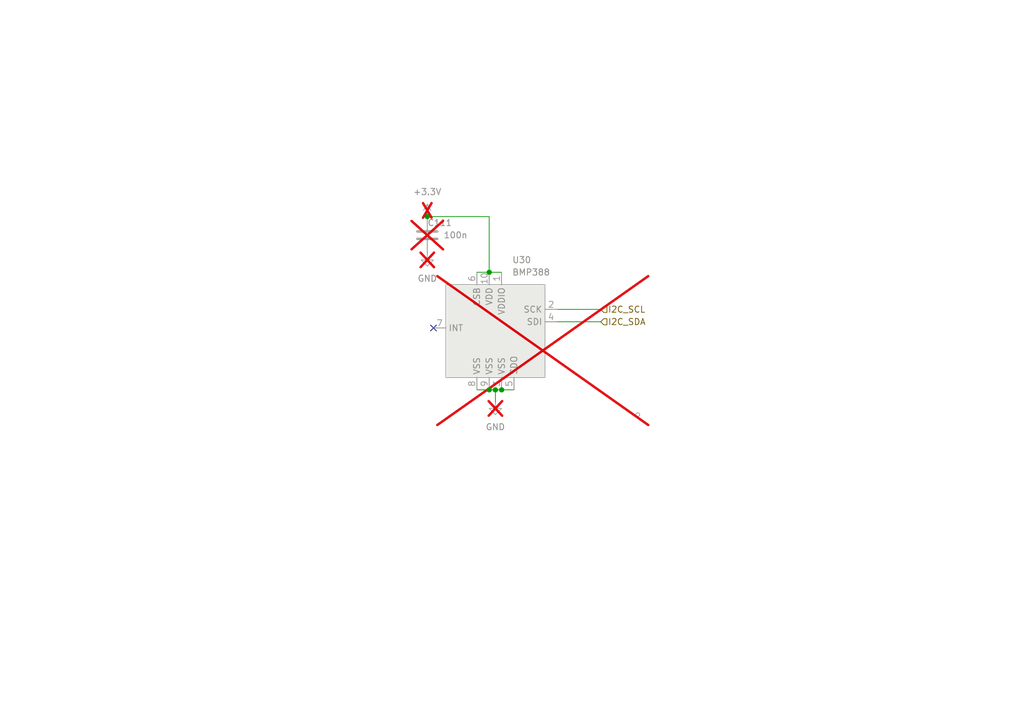
<source format=kicad_sch>
(kicad_sch (version 20250114) (generator "eeschema") (generator_version "9.0")
  (paper "A5")
  (lib_symbols
    (symbol "Device:C" (pin_numbers (hide yes)) (pin_names (offset 0.254))
      (property "Reference" "C" (at 0.635 2.54 0))
      (property "Value" "C" (at 0.635 -2.54 0))
      (symbol "C_0_1"
        (polyline (pts (xy -2.032 0.762) (xy 2.032 0.762)) (stroke (width 0.508)))
        (polyline (pts (xy -2.032 -0.762) (xy 2.032 -0.762)) (stroke (width 0.508)))
      )
      (symbol "C_1_1"
        (pin passive line (at 0 3.81 270) (length 2.794) (name "~") (number "1"))
        (pin passive line (at 0 -3.81 90) (length 2.794) (name "~") (number "2"))
      )
    )
    (symbol "lib:BMP388"
      (property "Reference" "U30" (at 4.6833 13.97 0))
      (property "Value" "BMP388" (at 4.6833 11.43 0))
      (symbol "BMP388_0_1"
        (rectangle (start -8.89 8.89) (end 11.43 -10.16) (fill (type background)))
        (circle (center 30.48 -17.78) (radius 0.38))
        (pin unspecified line (at -11.43 0 0) (length 2.54) (name "INT") (number "7"))
        (pin unspecified line (at -2.54 11.43 270) (length 2.54) (name "CSB") (number "6"))
        (pin unspecified line (at -2.54 -12.7 90) (length 2.54) (name "VSS") (number "8"))
        (pin unspecified line (at 0 11.43 270) (length 2.54) (name "VDD") (number "10"))
        (pin unspecified line (at 0 -12.7 90) (length 2.54) (name "VSS") (number "9"))
        (pin unspecified line (at 2.54 11.43 270) (length 2.54) (name "VDDIO") (number "1"))
        (pin unspecified line (at 2.54 -12.7 90) (length 2.54) (name "VSS") (number "3"))
        (pin unspecified line (at 5.08 -12.7 90) (length 2.54) (name "SDO") (number "5"))
        (pin unspecified line (at 13.97 3.81 180) (length 2.54) (name "SCK") (number "2"))
        (pin unspecified line (at 13.97 1.27 180) (length 2.54) (name "SDI") (number "4"))
      )
    )
    (symbol "power:+3.3V" (power) (pin_numbers (hide yes)) (pin_names (offset 0) (hide yes))
      (property "Value" "+3.3V" (at 0 3.556 0))
      (symbol "+3.3V_0_1"
        (polyline (pts (xy -0.762 1.27) (xy 0 2.54)))
        (polyline (pts (xy 0 2.54) (xy 0.762 1.27)))
        (polyline (pts (xy 0 0) (xy 0 2.54)))
      )
      (symbol "+3.3V_1_1"
        (pin power_in line (at 0 0 90) (length 0) (name "~") (number "1"))
      )
    )
    (symbol "power:GND" (power) (pin_numbers (hide yes)) (pin_names (offset 0) (hide yes))
      (property "Value" "GND" (at 0 -3.81 0))
      (symbol "GND_0_1"
        (polyline (pts (xy 0 0) (xy 0 -1.27) (xy 1.27 -1.27) (xy 0 -2.54) (xy -1.27 -1.27) (xy 0 -1.27)))
      )
      (symbol "GND_1_1"
        (pin power_in line (at 0 0 270) (length 0) (name "~") (number "1"))
      )
    )
  )
  (junction (at 87.63 44.45))
  (junction (at 100.33 55.88))
  (junction (at 102.87 80.01))
  (junction (at 101.6 80.01))
  (junction (at 100.33 80.01))
  (no_connect (at 88.9 67.31))
  (wire (pts (xy 101.6 80.01) (xy 102.87 80.01)))
  (wire (pts (xy 100.33 80.01) (xy 101.6 80.01)))
  (wire (pts (xy 102.87 80.01) (xy 105.41 80.01)))
  (wire (pts (xy 97.79 55.88) (xy 100.33 55.88)))
  (wire (pts (xy 123.19 63.5) (xy 114.3 63.5)))
  (wire (pts (xy 101.6 80.01) (xy 101.6 82.55)))
  (wire (pts (xy 100.33 44.45) (xy 100.33 55.88)))
  (wire (pts (xy 87.63 44.45) (xy 100.33 44.45)))
  (wire (pts (xy 97.79 80.01) (xy 100.33 80.01)))
  (wire (pts (xy 123.19 66.04) (xy 114.3 66.04)))
  (wire (pts (xy 100.33 55.88) (xy 102.87 55.88)))
  (hierarchical_label "I2C_SDA" (shape input) (at 123.19 66.04 0))
  (hierarchical_label "I2C_SCL" (shape input) (at 123.19 63.5 0))
  (symbol (lib_id "power:GND") (at 87.63 52.07 0) (unit 1) (on_board no) (dnp yes)
    (property "Reference" "#PWR0293" (effects (hide yes)))
    (property "Value" "GND" (at 87.63 57.15 0))
    (property "Description" "Power symbol creates a global label with name \"GND\" , ground" (effects (hide yes)))
  )
  (symbol (lib_id "Device:C") (at 87.63 48.26 0) (unit 1) (on_board no) (dnp yes)
    (property "Reference" "C111" (at 87.63 45.72 0) (effects (justify left)))
    (property "Value" "100n" (at 90.932 48.26 0) (effects (justify left)))
    (property "Footprint" "Capacitor_SMD:C_0402_1005Metric" (effects (hide yes)))
    (property "LCSC" "C1525" (effects (hide yes)))
  )
  (symbol (lib_id "power:+3.3V") (at 87.63 44.45 0) (unit 1) (on_board no) (dnp yes)
    (property "Reference" "#PWR0292" (effects (hide yes)))
    (property "Value" "+3.3V" (at 87.63 39.37 0))
    (property "Description" "Power symbol creates a global label with name \"+3.3V\"" (effects (hide yes)))
  )
  (symbol (lib_id "power:GND") (at 101.6 82.55 0) (unit 1) (on_board no) (dnp yes)
    (property "Reference" "#PWR0294" (effects (hide yes)))
    (property "Value" "GND" (at 101.6 87.63 0))
    (property "Description" "Power symbol creates a global label with name \"GND\" , ground" (effects (hide yes)))
  )
  (symbol (lib_id "lib:BMP388") (at 100.33 67.31 0) (unit 1) (on_board no) (dnp yes)
    (property "Reference" "U30" (at 105.0133 53.34 0) (effects (justify left)))
    (property "Value" "BMP388" (at 105.0133 55.88 0) (effects (justify left)))
    (property "Footprint" "lib:SENSORM-SMD_BMP388" (effects (hide yes)))
    (property "LCSC Part" "C779278" (effects (hide yes)))
  )
)
</source>
